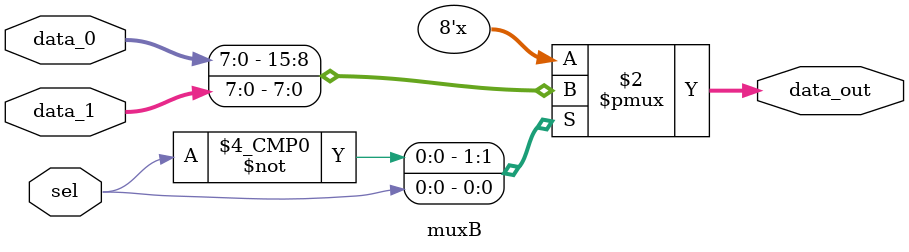
<source format=v>
`timescale 1ns / 1ps
module muxB (
    input [MUX_BIT_WIDTH-1:0] data_0,
    input [MUX_BIT_WIDTH-1:0] data_1,
    input sel,
    output reg [MUX_BIT_WIDTH-1:0] data_out
);

	parameter MUX_BIT_WIDTH = 8;

	// Case Statement for MUX Logic

	always @ (*)
	begin
		 case(sel)
			  0: data_out = data_0;
			  1: data_out = data_1;
		 endcase
	end

endmodule
</source>
